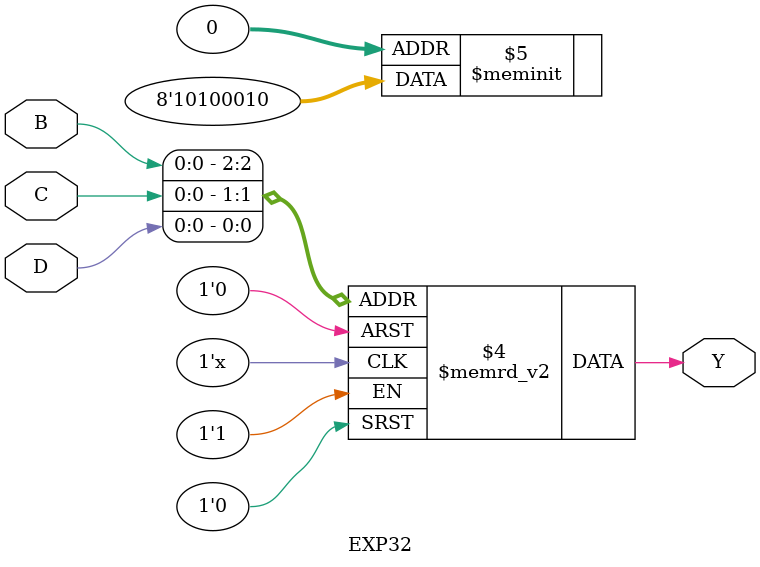
<source format=v>
`timescale 1ns / 1ps
module EXP32(B,C,D,Y
    );
	 input B,C,D;
	 output Y;
	 reg Y;
	 always @(B or C or D)
	 case({B,C,D})
		3'b000:Y=0;
		3'b001:Y=1;
		3'b010:Y=0;
		3'b011:Y=0;
		3'b100:Y=0;
		3'b101:Y=1;
		3'b110:Y=0;
		3'b111:Y=1;
endcase

endmodule

</source>
